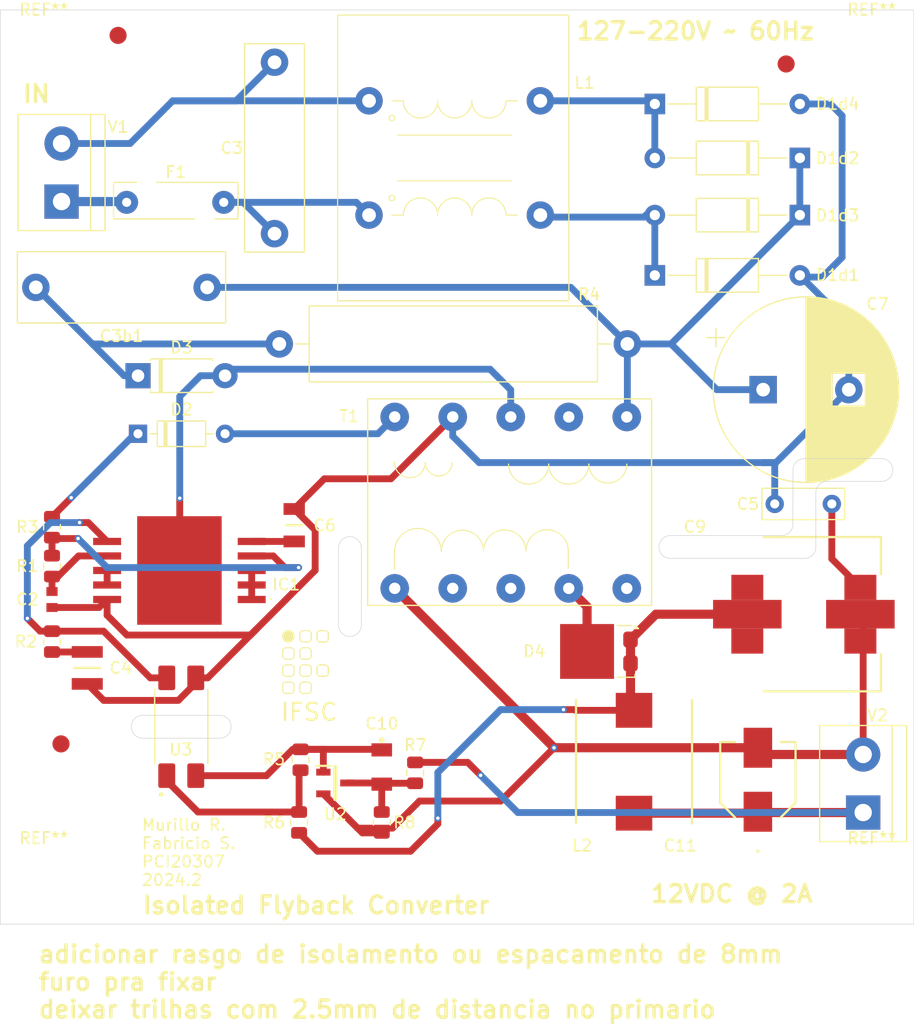
<source format=kicad_pcb>
(kicad_pcb (version 20240108) (generator "pcbnew") (generator_version "8.0")
  (layers (0 "F.Cu" signal) (31 "B.Cu" signal) (34 "B.Paste" user) (35 "F.Paste" user) (36 "B.SilkS" user "B.Silkscreen") (37 "F.SilkS" user "F.Silkscreen") (38 "B.Mask" user) (39 "F.Mask" user) (44 "Edge.Cuts" user))
  (net 0 "")
  (net 1 "Net-(D1d1-K)")
  (net 2 "GND")
  (net 3 "/BarP")
  (net 4 "Net-(D1d2-A)")
  (net 5 "Net-(D3-K)")
  (net 6 "/Drain")
  (net 7 "/Cmp")
  (net 8 "/Osc")
  (net 9 "/Vdd")
  (net 10 "/TOVL")
  (net 11 "Net-(C10-Pad2)")
  (net 12 "Net-(U3-Cath)")
  (net 13 "Terra")
  (net 14 "Net-(U3-Anode)")
  (net 15 "Net-(C4-Pad1)")
  (net 16 "Net-(D2-K)")
  (net 17 "Net-(C3-Pad1)")
  (net 18 "Net-(C3-Pad2)")
  (net 19 "Net-(D4-K)")
  (net 20 "/Vout")
  (net 21 "Net-(D2-A)")
  (net 22 "Net-(D4-A)")
  (net 23 "Net-(F1-Pad1)")
  (net 24 "Net-(IC1-NC_1)")
  (net 25 "Net-(IC1-NC_4)")
  (footprint "Diode_THT:D_A-405_P12.70mm_Horizontal" (layer "F.Cu") (at 176.7 67.225 180)
    (property "Reference" "D1d3" (at -3.3 -0.025 0) (layer "F.SilkS"))
    (property "Value" "1N4007")
    (pad "1" thru_hole rect (at 0 0 180) (size 1.8 1.8) (drill 0.9) (layers "*.Cu" "*.Mask") (net 3 "/BarP"))
    (pad "2" thru_hole oval (at 12.7 0 180) (size 1.8 1.8) (drill 0.9) (layers "*.Cu" "*.Mask") (net 1 "Net-(D1d1-K)"))
  )
  (footprint "Resistor_SMD:R_0805_2012Metric" (layer "F.Cu") (at 111.2138 104.5464 90)
    (property "Reference" "R2" (at 0 -2.286 180) (layer "F.SilkS"))
    (property "Value" "Resistor SMD" (hide yes))
    (pad "1" smd roundrect (at -0.9125 0 90) (size 1.025 1.4) (layers "F.Cu" "F.Paste" "F.Mask") (roundrect_rratio 0.243902) (net 15 "Net-(C4-Pad1)"))
    (pad "2" smd roundrect (at 0.9125 0 90) (size 1.025 1.4) (layers "F.Cu" "F.Paste" "F.Mask") (roundrect_rratio 0.243902) (net 7 "/Cmp"))
  )
  (footprint "Diode_THT:D_A-405_P12.70mm_Horizontal" (layer "F.Cu") (at 176.7 62.225 180)
    (property "Reference" "D1d2" (at -3.3 -0.025 0) (layer "F.SilkS"))
    (property "Value" "1N4007")
    (pad "1" thru_hole rect (at 0 0 180) (size 1.8 1.8) (drill 0.9) (layers "*.Cu" "*.Mask") (net 3 "/BarP"))
    (pad "2" thru_hole oval (at 12.7 0 180) (size 1.8 1.8) (drill 0.9) (layers "*.Cu" "*.Mask") (net 4 "Net-(D1d2-A)"))
  )
  (footprint "pci:EEEFK0J332AV" (layer "F.Cu") (at 177.05 102.15 -90)
    (property "Reference" "C9" (at -7.65 9.55 180) (layer "F.SilkS"))
    (property "Value" "Capacitor_Eletrolitico" (hide yes))
    (pad "" smd rect (at -2.35 -4.95 270) (size 2.2 2.8) (layers "F.Cu" "F.Paste" "F.Mask") (net 13 "Terra"))
    (pad "" smd rect (at -2.35 4.95 270) (size 2.2 2.8) (layers "F.Cu" "F.Paste" "F.Mask") (net 19 "Net-(D4-K)"))
    (pad "" smd rect (at 2.35 -4.95 270) (size 2.2 2.8) (layers "F.Cu" "F.Paste" "F.Mask") (net 13 "Terra"))
    (pad "" smd rect (at 2.35 4.95 270) (size 2.2 2.8) (layers "F.Cu" "F.Paste" "F.Mask") (net 19 "Net-(D4-K)"))
    (pad "1" smd rect (at 0 4.95 270) (size 2.5 6) (layers "F.Cu" "F.Paste" "F.Mask") (net 19 "Net-(D4-K)"))
    (pad "2" smd rect (at 0 -4.95 270) (size 2.5 6) (layers "F.Cu" "F.Paste" "F.Mask") (net 13 "Terra"))
  )
  (footprint "Resistor_SMD:R_0805_2012Metric" (layer "F.Cu") (at 140.0885 120.3735 -90)
    (property "Reference" "R8" (at 0.0015 -1.9865 180) (layer "F.SilkS"))
    (property "Value" "Resistor PTH" (hide yes))
    (pad "1" smd roundrect (at -0.9125 0 270) (size 1.025 1.4) (layers "F.Cu" "F.Paste" "F.Mask") (roundrect_rratio 0.243902) (net 11 "Net-(C10-Pad2)"))
    (pad "2" smd roundrect (at 0.9125 0 270) (size 1.025 1.4) (layers "F.Cu" "F.Paste" "F.Mask") (roundrect_rratio 0.243902) (net 13 "Terra"))
  )
  (footprint "pci:TRZ 25.010.2" (layer "F.Cu") (at 138.854 101.5085)
    (property "Reference" "T1" (at -1.629 -16.6835 0) (layer "F.SilkS"))
    (property "Value" "Transformador_1x2")
    (pad "1" thru_hole circle (at 22.69 -1.62) (size 2.5 2.5) (drill 1) (layers "*.Cu" "*.Mask"))
    (pad "2" thru_hole circle (at 17.61 -1.62) (size 2.5 2.5) (drill 1) (layers "*.Cu" "*.Mask") (net 22 "Net-(D4-A)"))
    (pad "3" thru_hole circle (at 12.53 -1.62) (size 2.5 2.5) (drill 1) (layers "*.Cu" "*.Mask"))
    (pad "4" thru_hole circle (at 7.45 -1.62) (size 2.5 2.5) (drill 1) (layers "*.Cu" "*.Mask"))
    (pad "5" thru_hole circle (at 2.37 -1.62) (size 2.5 2.5) (drill 1) (layers "*.Cu" "*.Mask") (net 13 "Terra"))
    (pad "6" thru_hole circle (at 2.37 -16.62) (size 2.5 2.5) (drill 1) (layers "*.Cu" "*.Mask") (net 21 "Net-(D2-A)"))
    (pad "7" thru_hole circle (at 7.45 -16.62) (size 2.5 2.5) (drill 1) (layers "*.Cu" "*.Mask") (net 2 "GND"))
    (pad "8" thru_hole circle (at 12.53 -16.62) (size 2.5 2.5) (drill 1) (layers "*.Cu" "*.Mask") (net 6 "/Drain"))
    (pad "9" thru_hole circle (at 17.61 -16.62) (size 2.5 2.5) (drill 1) (layers "*.Cu" "*.Mask"))
    (pad "10" thru_hole circle (at 22.69 -16.62) (size 2.5 2.5) (drill 1) (layers "*.Cu" "*.Mask") (net 3 "/BarP"))
  )
  (footprint "MountingHole:MountingHole_3.2mm_M3_ISO14580" (layer "F.Cu") (at 183 125.5)
    (property "Reference" "REF**" (at 0 -3.75 0) (layer "F.SilkS"))
    (property "Value" "MountingHole_3.2mm_M3_ISO14580" (hide yes))
    (pad "" np_thru_hole circle (at 0 0) (size 3.2 3.2) (drill 3.2) (layers "*.Cu" "*.Mask"))
  )
  (footprint "pci:SOT95P237X112-3N" (layer "F.Cu") (at 136.0245 116.921)
    (property "Reference" "U2" (at 0 2.729 0) (layer "F.SilkS"))
    (property "Value" "TL431" (hide yes))
    (pad "1" smd rect (at -1.05 -0.95 90) (size 0.6 1.25) (layers "F.Cu" "F.Paste" "F.Mask") (net 12 "Net-(U3-Cath)"))
    (pad "2" smd rect (at -1.05 0.95 90) (size 0.6 1.25) (layers "F.Cu" "F.Paste" "F.Mask") (net 13 "Terra"))
    (pad "3" smd rect (at 1.05 0 90) (size 0.6 1.25) (layers "F.Cu" "F.Paste" "F.Mask") (net 11 "Net-(C10-Pad2)"))
  )
  (footprint "Resistor_SMD:R_0805_2012Metric" (layer "F.Cu") (at 132.9765 114.889 90)
    (property "Reference" "R5" (at 0.039 -2.3265 180) (layer "F.SilkS"))
    (property "Value" "Resistor SMD" (hide yes))
    (pad "1" smd roundrect (at -0.9125 0 90) (size 1.025 1.4) (layers "F.Cu" "F.Paste" "F.Mask") (roundrect_rratio 0.243902) (net 14 "Net-(U3-Anode)"))
    (pad "2" smd roundrect (at 0.9125 0 90) (size 1.025 1.4) (layers "F.Cu" "F.Paste" "F.Mask") (roundrect_rratio 0.243902) (net 12 "Net-(U3-Cath)"))
  )
  (footprint "pci:C1206" (layer "F.Cu") (at 140.0885 115.524 -90)
    (property "Reference" "C10" (at -3.799 -0.0115 180) (layer "F.SilkS"))
    (property "Value" "Capacitor_Filme" (hide yes))
    (pad "1" smd rect (at -1.5 0 270) (size 1.15 1.8) (layers "F.Cu" "F.Paste" "F.Mask") (net 12 "Net-(U3-Cath)"))
    (pad "2" smd rect (at 1.5 0 270) (size 1.15 1.8) (layers "F.Cu" "F.Paste" "F.Mask") (net 11 "Net-(C10-Pad2)"))
  )
  (footprint "Diode_THT:D_A-405_P12.70mm_Horizontal" (layer "F.Cu") (at 164 72.5)
    (property "Reference" "D1d1" (at 16 -0.025 0) (layer "F.SilkS"))
    (property "Value" "1N4007")
    (pad "1" thru_hole rect (at 0 0) (size 1.8 1.8) (drill 0.9) (layers "*.Cu" "*.Mask") (net 1 "Net-(D1d1-K)"))
    (pad "2" thru_hole oval (at 12.7 0) (size 1.8 1.8) (drill 0.9) (layers "*.Cu" "*.Mask") (net 2 "GND"))
  )
  (footprint "MountingHole:MountingHole_3.2mm_M3_ISO14580" (layer "F.Cu") (at 110.5 125.5)
    (property "Reference" "REF**" (at 0 -3.75 0) (layer "F.SilkS"))
    (property "Value" "MountingHole_3.2mm_M3_ISO14580" (hide yes))
    (pad "" np_thru_hole circle (at 0 0) (size 3.2 3.2) (drill 3.2) (layers "*.Cu" "*.Mask"))
  )
  (footprint "MountingHole:MountingHole_3.2mm_M3_ISO14580" (layer "F.Cu") (at 110.5 53)
    (property "Reference" "REF**" (at 0 -3.75 0) (layer "F.SilkS"))
    (property "Value" "MountingHole_3.2mm_M3_ISO14580" (hide yes))
    (pad "" np_thru_hole circle (at 0 0) (size 3.2 3.2) (drill 3.2) (layers "*.Cu" "*.Mask"))
  )
  (footprint "pci:TerminalBlock_bornier-2_P5.08mm" (layer "F.Cu") (at 112.05 66.04 90)
    (property "Reference" "V1" (at 6.54 4.95 180) (layer "F.SilkS"))
    (property "Value" "Entrada")
    (pad "1" thru_hole rect (at 0 0 90) (size 3 3) (drill 1.52) (layers "*.Cu" "*.Mask") (net 23 "Net-(F1-Pad1)"))
    (pad "2" thru_hole circle (at 5.08 0 90) (size 3 3) (drill 1.52) (layers "*.Cu" "*.Mask") (net 18 "Net-(C3-Pad2)"))
  )
  (footprint "Package_TO_SOT_SMD:TO-277A" (layer "F.Cu") (at 159.107 105.41 -90)
    (property "Reference" "D4" (at -0.01 5.657 180) (layer "F.SilkS"))
    (property "Value" "RFN4RSM2S")
    (pad "1" smd roundrect (at -1.04 -2.765 270) (size 1.4 1.27) (layers "F.Cu" "F.Paste" "F.Mask") (net 19 "Net-(D4-K)"))
    (pad "1" smd roundrect (at 1.04 -2.765 270) (size 1.4 1.27) (layers "F.Cu" "F.Paste" "F.Mask") (net 19 "Net-(D4-K)"))
    (pad "3" smd rect (at 0 1.04 270) (size 4.8 4.72) (layers "F.Cu" "F.Mask") (net 22 "Net-(D4-A)"))
  )
  (footprint "pci:CAPC1608X97N" (layer "F.Cu") (at 111.2138 100.8634 -90)
    (property "Reference" "C2" (at 0 2.159 180) (layer "F.SilkS"))
    (property "Value" "Capacitor Ceramico" (hide yes))
    (pad "1" smd rect (at -0.7 0 270) (size 0.78 0.98) (layers "F.Cu" "F.Paste" "F.Mask") (net 8 "/Osc"))
    (pad "2" smd rect (at 0.7 0 270) (size 0.78 0.98) (layers "F.Cu" "F.Paste" "F.Mask") (net 2 "GND"))
  )
  (footprint "pci:SOIC127P1410X370-11N" (layer "F.Cu") (at 122.3698 98.3234 180)
    (property "Reference" "IC1" (at -9.3552 -1.2266 0) (layer "F.SilkS"))
    (property "Value" "VIPER53ESPTR-E")
    (pad "1" smd rect (at -6.33 -2.54 180) (size 2.45 0.63) (layers "F.Cu" "F.Paste" "F.Mask") (net 24 "Net-(IC1-NC_1)"))
    (pad "2" smd rect (at -6.33 -1.27 180) (size 2.45 0.63) (layers "F.Cu" "F.Paste" "F.Mask") (net 24 "Net-(IC1-NC_1)"))
    (pad "3" smd rect (at -6.33 0 180) (size 2.45 0.63) (layers "F.Cu" "F.Paste" "F.Mask") (net 24 "Net-(IC1-NC_1)"))
    (pad "4" smd rect (at -6.33 1.27 180) (size 2.45 0.63) (layers "F.Cu" "F.Paste" "F.Mask") (net 9 "/Vdd"))
    (pad "5" smd rect (at -6.33 2.54 180) (size 2.45 0.63) (layers "F.Cu" "F.Paste" "F.Mask") (net 10 "/TOVL"))
    (pad "6" smd rect (at 6.33 2.54 180) (size 2.45 0.63) (layers "F.Cu" "F.Paste" "F.Mask") (net 7 "/Cmp"))
    (pad "7" smd rect (at 6.33 1.27 180) (size 2.45 0.63) (layers "F.Cu" "F.Paste" "F.Mask") (net 8 "/Osc"))
    (pad "8" smd rect (at 6.33 0 180) (size 2.45 0.63) (layers "F.Cu" "F.Paste" "F.Mask") (net 25 "Net-(IC1-NC_4)"))
    (pad "9" smd rect (at 6.33 -1.27 180) (size 2.45 0.63) (layers "F.Cu" "F.Paste" "F.Mask") (net 25 "Net-(IC1-NC_4)"))
    (pad "10" smd rect (at 6.33 -2.54 180) (size 2.45 0.63) (layers "F.Cu" "F.Paste" "F.Mask") (net 2 "GND"))
    (pad "11" smd rect (at 0 0 180) (size 7.4 9.5) (layers "F.Cu" "F.Mask") (net 6 "/Drain"))
  )
  (footprint "Resistor_SMD:R_0805_2012Metric" (layer "F.Cu") (at 111.2138 97.9424 -90)
    (property "Reference" "R1" (at 0 2.159 180) (layer "F.SilkS"))
    (property "Value" "Resistor SMD" (hide yes))
    (pad "1" smd roundrect (at -0.9125 0 270) (size 1.025 1.4) (layers "F.Cu" "F.Paste" "F.Mask") (roundrect_rratio 0.243902) (net 9 "/Vdd"))
    (pad "2" smd roundrect (at 0.9125 0 270) (size 1.025 1.4) (layers "F.Cu" "F.Paste" "F.Mask") (roundrect_rratio 0.243902) (net 8 "/Osc"))
  )
  (footprint "pci:16SVPG330M" (layer "F.Cu") (at 173.0248 116.6368 90)
    (property "Reference" "C11" (at -5.7632 -6.7998 180) (layer "F.SilkS"))
    (property "Value" "Capacitor_Eletrolitico" (hide yes))
    (pad "1" smd rect (at -2.8 0 180) (size 2.5 3.5) (layers "F.Cu" "F.Paste" "F.Mask") (net 20 "/Vout"))
    (pad "2" smd rect (at 2.8 0 180) (size 2.5 3.5) (layers "F.Cu" "F.Paste" "F.Mask") (net 13 "Terra"))
  )
  (footprint "pci:SOIC254P960X420-4N" (layer "F.Cu") (at 122.5323 112 90)
    (property "Reference" "U3" (at -2 -0.0323 180) (layer "F.SilkS"))
    (property "Value" "PC817 Opto")
    (pad "1" smd roundrect (at -4.28 -1.27 90) (size 2.15 1.48) (layers "F.Cu" "F.Paste" "F.Mask") (roundrect_rratio 0.125) (net 14 "Net-(U3-Anode)"))
    (pad "2" smd roundrect (at -4.28 1.27 90) (size 2.15 1.48) (layers "F.Cu" "F.Paste" "F.Mask") (roundrect_rratio 0.125) (net 12 "Net-(U3-Cath)"))
    (pad "3" smd roundrect (at 4.28 1.27 90) (size 2.15 1.48) (layers "F.Cu" "F.Paste" "F.Mask") (roundrect_rratio 0.125) (net 2 "GND"))
    (pad "4" smd roundrect (at 4.28 -1.27 90) (size 2.15 1.48) (layers "F.Cu" "F.Paste" "F.Mask") (roundrect_rratio 0.125) (net 7 "/Cmp"))
  )
  (footprint "Resistor_THT:R_Axial_Power_L25.0mm_W6.4mm_P30.48mm" (layer "F.Cu") (at 161.595 78.5 180)
    (property "Reference" "R4" (at 3.353 4.332 0) (layer "F.SilkS"))
    (property "Value" "Resistor PTH" (hide yes))
    (pad "1" thru_hole circle (at 0 0 180) (size 2.4 2.4) (drill 1.2) (layers "*.Cu" "*.Mask") (net 3 "/BarP"))
    (pad "2" thru_hole oval (at 30.48 0 180) (size 2.4 2.4) (drill 1.2) (layers "*.Cu" "*.Mask") (net 5 "Net-(D3-K)"))
  )
  (footprint "Diode_THT:D_A-405_P12.70mm_Horizontal" (layer "F.Cu") (at 164 57.5)
    (property "Reference" "D1d4" (at 16 0 0) (layer "F.SilkS"))
    (property "Value" "1N4007")
    (pad "1" thru_hole rect (at 0 0) (size 1.8 1.8) (drill 0.9) (layers "*.Cu" "*.Mask") (net 4 "Net-(D1d2-A)"))
    (pad "2" thru_hole oval (at 12.7 0) (size 1.8 1.8) (drill 0.9) (layers "*.Cu" "*.Mask") (net 2 "GND"))
  )
  (footprint "Capacitor_THT:C_Rect_L18.0mm_W5.0mm_P15.00mm_FKS3_FKP3" (layer "F.Cu") (at 130.7 68.85 90)
    (property "Reference" "C3" (at 7.5 -3.75 180) (layer "F.SilkS"))
    (property "Value" "Capacitor_Filme")
    (pad "1" thru_hole circle (at 0 0 90) (size 2.4 2.4) (drill 1.2) (layers "*.Cu" "*.Mask") (net 17 "Net-(C3-Pad1)"))
    (pad "2" thru_hole circle (at 15 0 90) (size 2.4 2.4) (drill 1.2) (layers "*.Cu" "*.Mask") (net 18 "Net-(C3-Pad2)"))
  )
  (footprint "pci:TerminalBlock_bornier-2_P5.08mm" (layer "F.Cu") (at 182.245 119.507 90)
    (property "Reference" "V2" (at 8.507 1.255 180) (layer "F.SilkS"))
    (property "Value" "Saída")
    (pad "1" thru_hole rect (at 0 0 90) (size 3 3) (drill 1.52) (layers "*.Cu" "*.Mask") (net 20 "/Vout"))
    (pad "2" thru_hole circle (at 5.08 0 90) (size 3 3) (drill 1.52) (layers "*.Cu" "*.Mask") (net 13 "Terra"))
  )
  (footprint "Capacitor_THT:C_Rect_L18.0mm_W6.0mm_P15.00mm_FKS3_FKP3" (layer "F.Cu") (at 124.8 73.55 180)
    (property "Reference" "C3b1" (at 7.5 -4.25 0) (layer "F.SilkS"))
    (property "Value" "Capacitor_Filme" (hide yes))
    (pad "1" thru_hole circle (at 0 0 180) (size 2.4 2.4) (drill 1.2) (layers "*.Cu" "*.Mask") (net 3 "/BarP"))
    (pad "2" thru_hole circle (at 15 0 180) (size 2.4 2.4) (drill 1.2) (layers "*.Cu" "*.Mask") (net 5 "Net-(D3-K)"))
  )
  (footprint "MountingHole:MountingHole_3.2mm_M3_ISO14580" (layer "F.Cu") (at 183 53)
    (property "Reference" "REF**" (at 0 -3.75 0) (layer "F.SilkS"))
    (property "Value" "MountingHole_3.2mm_M3_ISO14580" (hide yes))
    (pad "" np_thru_hole circle (at 0 0) (size 3.2 3.2) (drill 3.2) (layers "*.Cu" "*.Mask"))
  )
  (footprint "pci:INDPM108102X400N" (layer "F.Cu") (at 162.179 115.062 -90)
    (property "Reference" "L2" (at 7.338 4.554 180) (layer "F.SilkS"))
    (property "Value" "Indutor 10uH" (hide yes))
    (pad "1" smd rect (at -4.5 0 270) (size 3.05 3.2) (layers "F.Cu" "F.Paste" "F.Mask") (net 19 "Net-(D4-K)"))
    (pad "2" smd rect (at 4.5 0 270) (size 3.05 3.2) (layers "F.Cu" "F.Paste" "F.Mask") (net 20 "/Vout"))
  )
  (footprint "Diode_THT:D_DO-35_SOD27_P7.62mm_Horizontal" (layer "F.Cu") (at 118.745 86.36)
    (property "Reference" "D2" (at 3.81 -2.12 0) (layer "F.SilkS"))
    (property "Value" "1N4148")
    (pad "1" thru_hole rect (at 0 0) (size 1.6 1.6) (drill 0.8) (layers "*.Cu" "*.Mask") (net 16 "Net-(D2-K)"))
    (pad "2" thru_hole oval (at 7.62 0) (size 1.6 1.6) (drill 0.8) (layers "*.Cu" "*.Mask") (net 21 "Net-(D2-A)"))
  )
  (footprint "Fiducial:Fiducial_1.5mm_Mask3mm" (layer "F.Cu") (at 112 113.5)
    (property "Reference" "REF**" (hide yes))
    (property "Value" "Fiducial_1.5mm_Mask3mm" (hide yes))
    (pad "" smd circle (at 0 0) (size 1.5 1.5) (layers "F.Cu" "F.Mask") (clearance 0.75))
  )
  (footprint "Fiducial:Fiducial_1.5mm_Mask3mm" (layer "F.Cu") (at 117 51.5)
    (property "Reference" "REF**" (hide yes))
    (property "Value" "Fiducial_1.5mm_Mask3mm" (hide yes))
    (pad "" smd circle (at 0 0) (size 1.5 1.5) (layers "F.Cu" "F.Mask") (clearance 0.75))
  )
  (footprint "pci:CAPC3216X170N" (layer "F.Cu") (at 132.4228 94.3634 90)
    (property "Reference" "C6" (at -0.023 2.667 180) (layer "F.SilkS"))
    (property "Value" "Capacitor_Filme" (hide yes))
    (pad "1" smd rect (at -1.42 0 90) (size 1.03 1.87) (layers "F.Cu" "F.Paste" "F.Mask") (net 10 "/TOVL"))
    (pad "2" smd rect (at 1.42 0 90) (size 1.03 1.87) (layers "F.Cu" "F.Paste" "F.Mask") (net 2 "GND"))
  )
  (footprint "Capacitor_THT:CP_Radial_D16.0mm_P7.50mm" (layer "F.Cu") (at 173.487246 82.5)
    (property "Reference" "C7" (at 10.012754 -7.5 180) (layer "F.SilkS"))
    (property "Value" "Capacitor_Eletrolitico")
    (pad "1" thru_hole rect (at 0 0) (size 2.4 2.4) (drill 1.2) (layers "*.Cu" "*.Mask") (net 3 "/BarP"))
    (pad "2" thru_hole circle (at 7.5 0) (size 2.4 2.4) (drill 1.2) (layers "*.Cu" "*.Mask") (net 2 "GND"))
  )
  (footprint "Diode_THT:D_DO-41_SOD81_P7.62mm_Horizontal" (layer "F.Cu") (at 118.745 81.28)
    (property "Reference" "D3" (at 3.81 -2.47 0) (layer "F.SilkS"))
    (property "Value" "UF4007")
    (pad "1" thru_hole rect (at 0 0) (size 2.2 2.2) (drill 1.1) (layers "*.Cu" "*.Mask") (net 5 "Net-(D3-K)"))
    (pad "2" thru_hole oval (at 7.62 0) (size 2.2 2.2) (drill 1.1) (layers "*.Cu" "*.Mask") (net 6 "/Drain"))
  )
  (footprint "Resistor_SMD:R_0805_2012Metric" (layer "F.Cu") (at 111.2138 94.5369 90)
    (property "Reference" "R3" (at 0.0235 -2.159 180) (layer "F.SilkS"))
    (property "Value" "Resistor SMD" (hide yes))
    (pad "1" smd roundrect (at -0.9125 0 90) (size 1.025 1.4) (layers "F.Cu" "F.Paste" "F.Mask") (roundrect_rratio 0.243902) (net 9 "/Vdd"))
    (pad "2" smd roundrect (at 0.9125 0 90) (size 1.025 1.4) (layers "F.Cu" "F.Paste" "F.Mask") (roundrect_rratio 0.243902) (net 16 "Net-(D2-K)"))
  )
  (footprint "Resistor_SMD:R_0805_2012Metric" (layer "F.Cu") (at 132.8495 120.3735 90)
    (property "Reference" "R6" (at -0.0015 -2.1995 180) (layer "F.SilkS"))
    (property "Value" "Resistor PTH" (hide yes))
    (pad "1" smd roundrect (at -0.9125 0 90) (size 1.025 1.4) (layers "F.Cu" "F.Paste" "F.Mask") (roundrect_rratio 0.243902) (net 19 "Net-(D4-K)"))
    (pad "2" smd roundrect (at 0.9125 0 90) (size 1.025 1.4) (layers "F.Cu" "F.Paste" "F.Mask") (roundrect_rratio 0.243902) (net 14 "Net-(U3-Anode)"))
  )
  (footprint "pci:CAPC3225X94N" (layer "F.Cu") (at 114.3 106.85 -90)
    (property "Reference" "C4" (at 0 -2.925 180) (layer "F.SilkS"))
    (property "Value" "Capacitor Ceramico" (hide yes))
    (pad "1" smd rect (at -1.4 0 270) (size 1.02 2.72) (layers "F.Cu" "F.Paste" "F.Mask") (net 15 "Net-(C4-Pad1)"))
    (pad "2" smd rect (at 1.4 0 270) (size 1.02 2.72) (layers "F.Cu" "F.Paste" "F.Mask") (net 2 "GND"))
  )
  (footprint "Fuse:Fuse_Bourns_MF-RG600" (layer "F.Cu") (at 119.5 65.36)
    (property "Reference" "F1" (at 2.55 -1.9 0) (layer "F.SilkS"))
    (property "Value" "Fusivel")
    (pad "1" thru_hole circle (at -1.75 0.75) (size 2 2) (drill 0.8) (layers "*.Cu" "*.Mask") (net 23 "Net-(F1-Pad1)"))
    (pad "2" thru_hole circle (at 6.75 0.75) (size 2 2) (drill 0.8) (layers "*.Cu" "*.Mask") (net 17 "Net-(C3-Pad1)"))
  )
  (footprint "Fiducial:Fiducial_1.5mm_Mask3mm" (layer "F.Cu") (at 175.5 54)
    (property "Reference" "REF**" (hide yes))
    (property "Value" "Fiducial_1.5mm_Mask3mm" (hide yes))
    (pad "" smd circle (at 0 0) (size 1.5 1.5) (layers "F.Cu" "F.Mask") (clearance 0.75))
  )
  (footprint "Capacitor_THT:C_Rect_L7.0mm_W2.5mm_P5.00mm" (layer "F.Cu") (at 174.5 92.5)
    (property "Reference" "C5" (at -2.35 0.0125 180) (layer "F.SilkS"))
    (property "Value" "Capacitor_Filme" (hide yes))
    (pad "1" thru_hole circle (at 0 0) (size 1.6 1.6) (drill 0.8) (layers "*.Cu" "*.Mask") (net 2 "GND"))
    (pad "2" thru_hole circle (at 5 0) (size 1.6 1.6) (drill 0.8) (layers "*.Cu" "*.Mask") (net 13 "Terra"))
  )
  (footprint "Inductor_THT:L_Axial_L20.0mm_D8.0mm_P25.40mm_Horizontal" (layer "F.Cu") (at 138.975 57.225)
    (property "Reference" "L1" (at 18.875 -1.575 0) (layer "F.SilkS"))
    (property "Value" "SC-03-30J")
    (pad "1" thru_hole circle (at 0 0) (size 2.4 2.4) (drill 1.2) (layers "*.Cu" "*.Mask") (net 18 "Net-(C3-Pad2)"))
    (pad "2" thru_hole oval (at 15 0) (size 2.4 2.4) (drill 1.2) (layers "*.Cu" "*.Mask") (net 4 "Net-(D1d2-A)"))
    (pad "3" thru_hole circle (at 0 10) (size 2.4 2.4) (drill 1.2) (layers "*.Cu" "*.Mask") (net 17 "Net-(C3-Pad1)"))
    (pad "4" thru_hole oval (at 15 10) (size 2.4 2.4) (drill 1.2) (layers "*.Cu" "*.Mask") (net 1 "Net-(D1d1-K)"))
  )
  (footprint "Resistor_SMD:R_0805_2012Metric" (layer "F.Cu") (at 143.0095 116.032 -90)
    (property "Reference" "R7" (at -2.432 -0.0155 180) (layer "F.SilkS"))
    (property "Value" "Resistor PTH" (hide yes))
    (pad "1" smd roundrect (at -0.9125 0 270) (size 1.025 1.4) (layers "F.Cu" "F.Paste" "F.Mask") (roundrect_rratio 0.243902) (net 20 "/Vout"))
    (pad "2" smd roundrect (at 0.9125 0 270) (size 1.025 1.4) (layers "F.Cu" "F.Paste" "F.Mask") (roundrect_rratio 0.243902) (net 11 "Net-(C10-Pad2)"))
  )
  (gr_arc (start 135.112132 103.587868) (mid 135.324264 103.675736) (end 135.412132 103.887868) (stroke (width 0.1)) (layer "F.SilkS"))
  (gr_arc (start 131.412132 108.387868) (mid 131.5 108.175736) (end 131.712132 108.087868) (stroke (width 0.1)) (layer "F.SilkS"))
  (gr_arc (start 132.112132 105.087868) (mid 132.324264 105.175736) (end 132.412132 105.387868) (stroke (width 0.1)) (layer "F.SilkS"))
  (gr_line (start 134.412132 104.287868) (end 134.412132 103.887868) (stroke (width 0.1)) (layer "F.SilkS"))
  (gr_arc (start 133.912132 107.287868) (mid 133.824264 107.5) (end 133.612132 107.587868) (stroke (width 0.1)) (layer "F.SilkS"))
  (gr_arc (start 133.912132 108.787868) (mid 133.824264 109) (end 133.612132 109.087868) (stroke (width 0.1)) (layer "F.SilkS"))
  (gr_arc (start 133.212132 104.587868) (mid 133 104.5) (end 132.912132 104.287868) (stroke (width 0.1)) (layer "F.SilkS"))
  (gr_line (start 132.912132 104.287868) (end 132.912132 103.887868) (stroke (width 0.1)) (layer "F.SilkS"))
  (gr_line (start 133.212132 106.587868) (end 133.612132 106.587868) (stroke (width 0.1)) (layer "F.SilkS"))
  (gr_arc (start 132.912132 103.887868) (mid 133 103.675736) (end 133.212132 103.587868) (stroke (width 0.1)) (layer "F.SilkS"))
  (gr_arc (start 132.912132 106.887868) (mid 133 106.675736) (end 133.212132 106.587868) (stroke (width 0.1)) (layer "F.SilkS"))
  (gr_line (start 132.112132 107.587868) (end 131.712132 107.587868) (stroke (width 0.1)) (layer "F.SilkS"))
  (gr_line (start 135.112132 107.587868) (end 134.712132 107.587868) (stroke (width 0.1)) (layer "F.SilkS"))
  (gr_arc (start 132.912132 108.387868) (mid 133 108.175736) (end 133.212132 108.087868) (stroke (width 0.1)) (layer "F.SilkS"))
  (gr_arc (start 134.712132 104.587868) (mid 134.5 104.5) (end 134.412132 104.287868) (stroke (width 0.1)) (layer "F.SilkS"))
  (gr_line (start 134.412132 107.287868) (end 134.412132 106.887868) (stroke (width 0.1)) (layer "F.SilkS"))
  (gr_arc (start 133.912132 104.287868) (mid 133.824264 104.5) (end 133.612132 104.587868) (stroke (width 0.1)) (layer "F.SilkS"))
  (gr_arc (start 135.112132 106.587868) (mid 135.324264 106.675736) (end 135.412132 106.887868) (stroke (width 0.1)) (layer "F.SilkS"))
  (gr_arc (start 132.112132 108.087868) (mid 132.324264 108.175736) (end 132.412132 108.387868) (stroke (width 0.1)) (layer "F.SilkS"))
  (gr_line (start 132.412132 105.387868) (end 132.412132 105.787868) (stroke (width 0.1)) (layer "F.SilkS"))
  (gr_line (start 134.712132 103.587868) (end 135.112132 103.587868) (stroke (width 0.1)) (layer "F.SilkS"))
  (gr_line (start 133.912132 108.387868) (end 133.912132 108.787868) (stroke (width 0.1)) (layer "F.SilkS"))
  (gr_arc (start 133.612132 108.087868) (mid 133.824264 108.175736) (end 133.912132 108.387868) (stroke (width 0.1)) (layer "F.SilkS"))
  (gr_line (start 133.612132 106.087868) (end 133.212132 106.087868) (stroke (width 0.1)) (layer "F.SilkS"))
  (gr_line (start 133.912132 106.887868) (end 133.912132 107.287868) (stroke (width 0.1)) (layer "F.SilkS"))
  (gr_circle (center 131.912132 104.087868) (end 132.412132 104.087868) (stroke (width 0.1)) (fill solid) (layer "F.SilkS"))
  (gr_line (start 134.412132 107.287868) (end 134.412132 106.887868) (stroke (width 0.1)) (layer "F.SilkS"))
  (gr_line (start 134.412132 104.287868) (end 134.412132 103.887868) (stroke (width 0.1)) (layer "F.SilkS"))
  (gr_arc (start 132.112132 106.587868) (mid 132.324264 106.675736) (end 132.412132 106.887868) (stroke (width 0.1)) (layer "F.SilkS"))
  (gr_line (start 135.412132 106.887868) (end 135.412132 107.287868) (stroke (width 0.1)) (layer "F.SilkS"))
  (gr_arc (start 133.612132 105.087868) (mid 133.824264 105.175736) (end 133.912132 105.387868) (stroke (width 0.1)) (layer "F.SilkS"))
  (gr_arc (start 134.712132 104.587868) (mid 134.5 104.5) (end 134.412132 104.287868) (stroke (width 0.1)) (layer "F.SilkS"))
  (gr_line (start 132.912132 105.787868) (end 132.912132 105.387868) (stroke (width 0.1)) (layer "F.SilkS"))
  (gr_line (start 133.212132 108.087868) (end 133.612132 108.087868) (stroke (width 0.1)) (layer "F.SilkS"))
  (gr_arc (start 131.412132 105.387868) (mid 131.5 105.175736) (end 131.712132 105.087868) (stroke (width 0.1)) (layer "F.SilkS"))
  (gr_line (start 132.912132 108.787868) (end 132.912132 108.387868) (stroke (width 0.1)) (layer "F.SilkS"))
  (gr_line (start 131.412132 108.787868) (end 131.412132 108.387868) (stroke (width 0.1)) (layer "F.SilkS"))
  (gr_line (start 135.412132 103.887868) (end 135.412132 104.287868) (stroke (width 0.1)) (layer "F.SilkS"))
  (gr_line (start 134.712132 106.587868) (end 135.112132 106.587868) (stroke (width 0.1)) (layer "F.SilkS"))
  (gr_arc (start 135.412132 107.287868) (mid 135.324264 107.5) (end 135.112132 107.587868) (stroke (width 0.1)) (layer "F.SilkS"))
  (gr_line (start 132.412132 108.387868) (end 132.412132 108.787868) (stroke (width 0.1)) (layer "F.SilkS"))
  (gr_arc (start 134.712132 107.587868) (mid 134.5 107.5) (end 134.412132 107.287868) (stroke (width 0.1)) (layer "F.SilkS"))
  (gr_arc (start 133.612132 106.587868) (mid 133.824264 106.675736) (end 133.912132 106.887868) (stroke (width 0.1)) (layer "F.SilkS"))
  (gr_arc (start 134.712132 107.587868) (mid 134.5 107.5) (end 134.412132 107.287868) (stroke (width 0.1)) (layer "F.SilkS"))
  (gr_arc (start 134.412132 106.887868) (mid 134.5 106.675736) (end 134.712132 106.587868) (stroke (width 0.1)) (layer "F.SilkS"))
  (gr_line (start 135.112132 104.587868) (end 134.712132 104.587868) (stroke (width 0.1)) (layer "F.SilkS"))
  (gr_arc (start 133.612132 103.587868) (mid 133.824264 103.675736) (end 133.912132 103.887868) (stroke (width 0.1)) (layer "F.SilkS"))
  (gr_arc (start 133.212132 107.587868) (mid 133 107.5) (end 132.912132 107.287868) (stroke (width 0.1)) (layer "F.SilkS"))
  (gr_arc (start 132.912132 105.387868) (mid 133 105.175736) (end 133.212132 105.087868) (stroke (width 0.1)) (layer "F.SilkS"))
  (gr_line (start 131.412132 107.287868) (end 131.412132 106.887868) (stroke (width 0.1)) (layer "F.SilkS"))
  (gr_arc (start 135.412132 104.287868) (mid 135.324264 104.5) (end 135.112132 104.587868) (stroke (width 0.1)) (layer "F.SilkS"))
  (gr_arc (start 131.712132 109.087868) (mid 131.5 109) (end 131.412132 108.787868) (stroke (width 0.1)) (layer "F.SilkS"))
  (gr_line (start 133.612132 107.587868) (end 133.212132 107.587868) (stroke (width 0.1)) (layer "F.SilkS"))
  (gr_line (start 134.712132 106.587868) (end 135.112132 106.587868) (stroke (width 0.1)) (layer "F.SilkS"))
  (gr_arc (start 134.412132 106.887868) (mid 134.5 106.675736) (end 134.712132 106.587868) (stroke (width 0.1)) (layer "F.SilkS"))
  (gr_line (start 131.712132 105.087868) (end 132.112132 105.087868) (stroke (width 0.1)) (layer "F.SilkS"))
  (gr_line (start 135.112132 104.587868) (end 134.712132 104.587868) (stroke (width 0.1)) (layer "F.SilkS"))
  (gr_arc (start 134.412132 103.887868) (mid 134.5 103.675736) (end 134.712132 103.587868) (stroke (width 0.1)) (layer "F.SilkS"))
  (gr_line (start 132.112132 106.087868) (end 131.712132 106.087868) (stroke (width 0.1)) (layer "F.SilkS"))
  (gr_arc (start 133.212132 106.087868) (mid 133 106) (end 132.912132 105.787868) (stroke (width 0.1)) (layer "F.SilkS"))
  (gr_line (start 131.712132 108.087868) (end 132.112132 108.087868) (stroke (width 0.1)) (layer "F.SilkS"))
  (gr_line (start 133.212132 103.587868) (end 133.612132 103.587868) (stroke (width 0.1)) (layer "F.SilkS"))
  (gr_line (start 131.412132 105.787868) (end 131.412132 105.387868) (stroke (width 0.1)) (layer "F.SilkS"))
  (gr_line (start 133.912132 105.387868) (end 133.912132 105.787868) (stroke (width 0.1)) (layer "F.SilkS"))
  (gr_arc (start 132.412132 105.787868) (mid 132.324264 106) (end 132.112132 106.087868) (stroke (width 0.1)) (layer "F.SilkS"))
  (gr_line (start 134.712132 103.587868) (end 135.112132 103.587868) (stroke (width 0.1)) (layer "F.SilkS"))
  (gr_arc (start 132.412132 107.287868) (mid 132.324264 107.5) (end 132.112132 107.587868) (stroke (width 0.1)) (layer "F.SilkS"))
  (gr_line (start 132.412132 106.887868) (end 132.412132 107.287868) (stroke (width 0.1)) (layer "F.SilkS"))
  (gr_arc (start 131.712132 106.087868) (mid 131.5 106) (end 131.412132 105.787868) (stroke (width 0.1)) (layer "F.SilkS"))
  (gr_arc (start 135.112132 106.587868) (mid 135.324264 106.675736) (end 135.412132 106.887868) (stroke (width 0.1)) (layer "F.SilkS"))
  (gr_arc (start 133.212132 109.087868) (mid 133 109) (end 132.912132 108.787868) (stroke (width 0.1)) (layer "F.SilkS"))
  (gr_arc (start 134.412132 103.887868) (mid 134.5 103.675736) (end 134.712132 103.587868) (stroke (width 0.1)) (layer "F.SilkS"))
  (gr_line (start 135.412132 106.887868) (end 135.412132 107.287868) (stroke (width 0.1)) (layer "F.SilkS"))
  (gr_line (start 132.912132 107.287868) (end 132.912132 106.887868) (stroke (width 0.1)) (layer "F.SilkS"))
  (gr_arc (start 135.112132 103.587868) (mid 135.324264 103.675736) (end 135.412132 103.887868) (stroke (width 0.1)) (layer "F.SilkS"))
  (gr_line (start 133.612132 104.587868) (end 133.212132 104.587868) (stroke (width 0.1)) (layer "F.SilkS"))
  (gr_arc (start 131.712132 107.587868) (mid 131.5 107.5) (end 131.412132 107.287868) (stroke (width 0.1)) (layer "F.SilkS"))
  (gr_line (start 133.612132 109.087868) (end 133.212132 109.087868) (stroke (width 0.1)) (layer "F.SilkS"))
  (gr_arc (start 133.912132 105.787868) (mid 133.824264 106) (end 133.612132 106.087868) (stroke (width 0.1)) (layer "F.SilkS"))
  (gr_line (start 132.112132 109.087868) (end 131.712132 109.087868) (stroke (width 0.1)) (layer "F.SilkS"))
  (gr_line (start 133.912132 103.887868) (end 133.912132 104.287868) (stroke (width 0.1)) (layer "F.SilkS"))
  (gr_arc (start 135.412132 107.287868) (mid 135.324264 107.5) (end 135.112132 107.587868) (stroke (width 0.1)) (layer "F.SilkS"))
  (gr_arc (start 135.412132 104.287868) (mid 135.324264 104.5) (end 135.112132 104.587868) (stroke (width 0.1)) (layer "F.SilkS"))
  (gr_line (start 135.412132 103.887868) (end 135.412132 104.287868) (stroke (width 0.1)) (layer "F.SilkS"))
  (gr_arc (start 132.412132 108.787868) (mid 132.324264 109) (end 132.112132 109.087868) (stroke (width 0.1)) (layer "F.SilkS"))
  (gr_line (start 135.112132 107.587868) (end 134.712132 107.587868) (stroke (width 0.1)) (layer "F.SilkS"))
  (gr_line (start 133.212132 105.087868) (end 133.612132 105.087868) (stroke (width 0.1)) (layer "F.SilkS"))
  (gr_arc (start 131.412132 106.887868) (mid 131.5 106.675736) (end 131.712132 106.587868) (stroke (width 0.1)) (layer "F.SilkS"))
  (gr_line (start 131.712132 106.587868) (end 132.112132 106.587868) (stroke (width 0.1)) (layer "F.SilkS"))
  (gr_line (start 176.084379 94.447188) (end 176.1 89.53) (stroke (width 0.05)) (layer "Edge.Cuts"))
  (gr_arc (start 136.3 96.36) (mid 137.3 95.36) (end 138.3 96.36) (stroke (width 0.05)) (layer "Edge.Cuts"))
  (gr_arc (start 165.36 97.27) (mid 164.36 96.27) (end 165.36 95.27) (stroke (width 0.05)) (layer "Edge.Cuts"))
  (gr_line (start 177.1 97.27) (end 170.36 97.27) (stroke (width 0.05)) (layer "Edge.Cuts"))
  (gr_arc (start 125.9 111) (mid 126.9 112) (end 125.9 113) (stroke (width 0.05)) (layer "Edge.Cuts"))
  (gr_arc (start 119.16 113) (mid 118.16 112) (end 119.16 111) (stroke (width 0.05)) (layer "Edge.Cuts"))
  (gr_line (start 119.16 111) (end 125.9 111) (stroke (width 0.05)) (layer "Edge.Cuts"))
  (gr_line (start 170.36 95.27) (end 175.12 95.269999) (stroke (width 0.05)) (layer "Edge.Cuts"))
  (gr_arc (start 183.84 88.53) (mid 184.84 89.53) (end 183.84 90.53) (stroke (width 0.05)) (layer "Edge.Cuts"))
  (gr_line (start 138.3 96.36) (end 138.3 103.1) (stroke (width 0.05)) (layer "Edge.Cuts"))
  (gr_line (start 136.3 103.1) (end 136.3 96.36) (stroke (width 0.05)) (layer "Edge.Cuts"))
  (gr_arc (start 178.1 96.27) (mid 177.807107 96.977107) (end 177.1 97.27) (stroke (width 0.05)) (layer "Edge.Cuts"))
  (gr_line (start 125.9 113) (end 119.16 113) (stroke (width 0.05)) (layer "Edge.Cuts"))
  (gr_arc (start 178.097107 91.527107) (mid 178.39 90.82) (end 179.097107 90.527107) (stroke (width 0.05)) (layer "Edge.Cuts"))
  (gr_arc (start 176.1 89.53) (mid 176.392893 88.822893) (end 177.1 88.53) (stroke (width 0.05)) (layer "Edge.Cuts"))
  (gr_arc (start 176.084379 94.447188) (mid 175.749191 95.030887) (end 175.12 95.269999) (stroke (width 0.05)) (layer "Edge.Cuts"))
  (gr_arc (start 138.3 103.1) (mid 137.3 104.1) (end 136.3 103.1) (stroke (width 0.05)) (layer "Edge.Cuts"))
  (gr_line (start 170.36 95.27) (end 165.36 95.27) (stroke (width 0.05)) (layer "Edge.Cuts"))
  (gr_line (start 178.097107 91.527107) (end 178.1 96.27) (stroke (width 0.05)) (layer "Edge.Cuts"))
  (gr_line (start 183.84 90.53) (end 179.097107 90.527107) (stroke (width 0.05)) (layer "Edge.Cuts"))
  (gr_line (start 177.1 88.53) (end 183.84 88.53) (stroke (width 0.05)) (layer "Edge.Cuts"))
  (gr_rect (start 106.685 49.276) (end 186.685 129.276) (stroke (width 0.05)) (fill none) (layer "Edge.Cuts"))
  (gr_line (start 165.36 97.27) (end 170.36 97.27) (stroke (width 0.05)) (layer "Edge.Cuts"))
  (gr_text "Isolated Flyback Converter" (at 119 128.5 0) (layer "F.SilkS") (effects (font (size 1.5 1.5) (thickness 0.3) (bold yes)) (justify left bottom)))
  (gr_text "127-220V ~ 60Hz\n" (at 157 52 0) (layer "F.SilkS") (effects (font (size 1.5 1.5) (thickness 0.3) (bold yes)) (justify left bottom)))
  (gr_text "IFSC" (at 133.726417 111.587868 0) (layer "F.SilkS") (effects (font (size 1.5 1.5) (thickness 0.2)) (justify bottom)))
  (gr_text "adicionar rasgo de isolamento ou espacamento de 8mm\nfuro pra fixar\ndeixar trilhas com 2.5mm de distancia no primario\n" (at 109.88 137.61 0) (layer "F.SilkS") (effects (font (size 1.5 1.5) (thickness 0.3) (bold yes)) (justify left bottom)))
  (gr_text "12VDC @ 2A" (at 163.5 127.5 0) (layer "F.SilkS") (effects (font (size 1.5 1.5) (thickness 0.3) (bold yes)) (justify left bottom)))
  (gr_text "IN" (at 108.5 57.5 0) (layer "F.SilkS") (effects (font (size 1.5 1.5) (thickness 0.3) (bold yes)) (justify left bottom)))
  (gr_text "Murillo R.\nFabricio S.\nPCI20307\n2024.2" (at 119 126 0) (layer "F.SilkS") (effects (font (size 1 1)) (justify left bottom)))
  (segment (start 163.05 67.4) (end 153.975 67.4) (width 0.6) (layer "B.Cu") (net 1))
  (segment (start 164 67.225) (end 163.225 67.225) (width 0.6) (layer "B.Cu") (net 1))
  (segment (start 163.225 67.225) (end 163.05 67.4) (width 0.6) (layer "B.Cu") (net 1))
  (segment (start 164 72.5) (end 164 67.225) (width 0.6) (layer "B.Cu") (net 1))
  (segment (start 117.7698 103.9734) (end 116.0398 102.2434) (width 0.6) (layer "F.Cu") (net 2))
  (segment (start 135.0662 90.3) (end 132.4228 92.9434) (width 0.6) (layer "F.Cu") (net 2))
  (segment (start 123.8023 107.72) (end 124.850257 107.72) (width 0.6) (layer "F.Cu") (net 2))
  (segment (start 134.2578 94.7784) (end 132.4228 92.9434) (width 0.6) (layer "F.Cu") (net 2))
  (segment (start 134.2578 98.312457) (end 134.2578 94.7784) (width 0.6) (layer "F.Cu") (net 2))
  (segment (start 140.8925 90.3) (end 135.0662 90.3) (width 0.6) (layer "F.Cu") (net 2))
  (segment (start 116.0398 102.2434) (end 116.0398 100.8634) (width 0.6) (layer "F.Cu") (net 2))
  (segment (start 146.304 84.8885) (end 140.8925 90.3) (width 0.6) (layer "F.Cu") (net 2))
  (segment (start 115.745 109.695) (end 122.271846 109.695) (width 0.6) (layer "F.Cu") (net 2))
  (segment (start 114.3 108.25) (end 115.745 109.695) (width 0.6) (layer "F.Cu") (net 2))
  (segment (start 122.271846 109.695) (end 123.8023 108.164546) (width 0.6) (layer "F.Cu") (net 2))
  (segment (start 123.8023 108.164546) (end 123.8023 107.72) (width 0.6) (layer "F.Cu") (net 2))
  (segment (start 116.0398 100.8634) (end 115.3398 101.5634) (width 0.6) (layer "F.Cu") (net 2))
  (segment (start 124.850257 107.72) (end 134.2578 98.312457) (width 0.6) (layer "F.Cu") (net 2))
  (segment (start 128.596856 103.9734) (end 117.7698 103.9734) (width 0.6) (layer "F.Cu") (net 2))
  (segment (start 129.110128 103.460128) (end 128.596856 103.9734) (width 0.6) (layer "F.Cu") (net 2))
  (segment (start 115.3398 101.5634) (end 111.2138 101.5634) (width 0.6) (layer "F.Cu") (net 2))
  (segment (start 180.987246 82.5) (end 174.604746 88.8825) (width 0.6) (layer "B.Cu") (net 2))
  (segment (start 176.7 72.5) (end 180.987246 76.787246) (width 0.6) (layer "B.Cu") (net 2))
  (segment (start 173.48 88.8825) (end 148.6125 88.8825) (width 0.6) (layer "B.Cu") (net 2))
  (segment (start 174.5 88.8825) (end 174.5 92.5) (width 0.6) (layer "B.Cu") (net 2))
  (segment (start 176.85 72.65) (end 178.675 72.65) (width 0.6) (layer "B.Cu") (net 2))
  (segment (start 146.304 86.574) (end 146.304 84.8885) (width 0.6) (layer "B.Cu") (net 2))
  (segment (start 179.375 57.5) (end 176.7 57.5) (width 0.6) (layer "B.Cu") (net 2))
  (segment (start 180.4 70.925) (end 180.4 58.525) (width 0.6) (layer "B.Cu") (net 2))
  (segment (start 148.6125 88.8825) (end 146.304 86.574) (width 0.6) (layer "B.Cu") (net 2))
  (segment (start 176.7 72.5) (end 176.85 72.65) (width 0.6) (layer "B.Cu") (net 2))
  (segment (start 173.48 88.8825) (end 174.5 88.8825) (width 0.6) (layer "B.Cu") (net 2))
  (segment (start 180.987246 76.787246) (end 180.987246 81.375254) (width 0.6) (layer "B.Cu") (net 2))
  (segment (start 174.604746 88.8825) (end 173.48 88.8825) (width 0.6) (layer "B.Cu") (net 2))
  (segment (start 180.4 58.525) (end 179.375 57.5) (width 0.6) (layer "B.Cu") (net 2))
  (segment (start 178.675 72.65) (end 180.4 70.925) (width 0.6) (layer "B.Cu") (net 2))
  (segment (start 161.595 78.5) (end 165.425 78.5) (width 0.6) (layer "B.Cu") (net 3))
  (segment (start 165.425 78.5) (end 176.7 67.225) (width 0.6) (layer "B.Cu") (net 3))
  (segment (start 169.425 82.5) (end 165.425 78.5) (width 0.6) (layer "B.Cu") (net 3))
  (segment (start 176.7 62.225) (end 176.7 67.225) (width 0.6) (layer "B.Cu") (net 3))
  (segment (start 173.487246 82.5) (end 169.425 82.5) (width 0.6) (layer "B.Cu") (net 3))
  (segment (start 156.645 73.55) (end 161.595 78.5) (width 0.6) (layer "B.Cu") (net 3))
  (segment (start 124.8 73.55) (end 156.645 73.55) (width 0.6) (layer "B.Cu") (net 3))
  (segment (start 161.595 83.896) (end 161.595 78.5) (width 0.6) (layer "B.Cu") (net 3))
  (segment (start 161.5075 78.5) (end 161.5075 77.855) (width 0.6) (layer "B.Cu") (net 3))
  (segment (start 161.5075 78.5) (end 161.5075 78) (width 0.6) (layer "B.Cu") (net 3))
  (segment (start 161.544 83.947) (end 161.595 83.896) (width 0.6) (layer "B.Cu") (net 3))
  (segment (start 164.5 57) (end 164 57.5) (width 0.6) (layer "B.Cu") (net 4))
  (segment (start 163.725 57.225) (end 154.15 57.225) (width 0.6) (layer "B.Cu") (net 4))
  (segment (start 164 57.5) (end 163.725 57.225) (width 0.6) (layer "B.Cu") (net 4))
  (segment (start 154.15 57.225) (end 153.975 57.4) (width 0.6) (layer "B.Cu") (net 4))
  (segment (start 164 57.5) (end 164 62.225) (width 0.6) (layer "B.Cu") (net 4))
  (segment (start 114.75 78.5) (end 131.115 78.5) (width 0.6) (layer "B.Cu") (net 5))
  (segment (start 109.8 73.55) (end 114.75 78.5) (width 0.6) (layer "B.Cu") (net 5))
  (segment (start 131.15 78.535) (end 131.115 78.5) (width 0.6) (layer "B.Cu") (net 5))
  (segment (start 117.53 81.28) (end 118.745 81.28) (width 0.6) (layer "B.Cu") (net 5))
  (segment (start 114.75 78.5) (end 117.53 81.28) (width 0.6) (layer "B.Cu") (net 5))
  (segment (start 122.4 92) (end 122.4 98.2932) (width 0.6) (layer "F.Cu") (net 6))
  (segment (start 122.4 98.2932) (end 122.3698 98.3234) (width 0.6) (layer "F.Cu") (net 6))
  (via (at 122.4 92) (size 0.6) (drill 0.3) (layers "F.Cu" "B.Cu") (net 6))
  (segment (start 122.4 83.1) (end 122.4 92) (width 0.6) (layer "B.Cu") (net 6))
  (segment (start 126.365 81.28) (end 126.935 80.71) (width 0.6) (layer "B.Cu") (net 6))
  (segment (start 124.22 81.28) (end 122.4 83.1) (width 0.6) (layer "B.Cu") (net 6))
  (segment (start 126.935 80.71) (end 149.57 80.71) (width 0.6) (layer "B.Cu") (net 6))
  (segment (start 126.365 81.28) (end 124.22 81.28) (width 0.6) (layer "B.Cu") (net 6))
  (segment (start 151.384 82.524) (end 151.384 84.8885) (width 0.6) (layer "B.Cu") (net 6))
  (segment (start 149.57 80.71) (end 151.384 82.524) (width 0.6) (layer "B.Cu") (net 6))
  (segment (start 111.2138 103.6339) (end 110.1743 103.6339) (width 0.6) (layer "F.Cu") (net 7))
  (segment (start 110.1743 103.6339) (end 109.0548 102.5144) (width 0.6) (layer "F.Cu") (net 7))
  (segment (start 115.733244 103.6339) (end 111.2138 103.6339) (width 0.6) (layer "F.Cu") (net 7))
  (segment (start 116.0398 95.7834) (end 114.3888 94.1324) (width 0.6) (layer "F.Cu") (net 7))
  (segment (start 121.2623 107.72) (end 119.819344 107.72) (width 0.6) (layer "F.Cu") (net 7))
  (segment (start 114.3888 94.1324) (end 113.6268 94.1324) (width 0.6) (layer "F.Cu") (net 7))
  (segment (start 119.819344 107.72) (end 115.733244 103.6339) (width 0.6) (layer "F.Cu") (net 7))
  (via (at 109.0548 102.5144) (size 0.6) (drill 0.3) (layers "F.Cu" "B.Cu") (net 7))
  (via (at 113.6268 94.1324) (size 0.6) (drill 0.3) (layers "F.Cu" "B.Cu") (net 7))
  (segment (start 109.0548 102.5144) (end 109.0548 96.1644) (width 0.6) (layer "B.Cu") (net 7))
  (segment (start 111.0868 94.1324) (end 113.6268 94.1324) (width 0.6) (layer "B.Cu") (net 7))
  (segment (start 109.0548 96.1644) (end 111.0868 94.1324) (width 0.6) (layer "B.Cu") (net 7))
  (segment (start 111.2138 98.8549) (end 111.2138 100.1634) (width 0.6) (layer "F.Cu") (net 8))
  (segment (start 113.536074 97.0534) (end 111.734574 98.8549) (width 0.6) (layer "F.Cu") (net 8))
  (segment (start 111.734574 98.8549) (end 111.2138 98.8549) (width 0.6) (layer "F.Cu") (net 8))
  (segment (start 116.0398 97.0534) (end 113.536074 97.0534) (width 0.6) (layer "F.Cu") (net 8))
  (segment (start 111.2138 95.5294) (end 111.2138 97.0299) (width 0.6) (layer "F.Cu") (net 9))
  (segment (start 130.5878 97.0534) (end 131.6038 98.0694) (width 0.6) (layer "F.Cu") (net 9))
  (segment (start 131.6038 98.0694) (end 132.8038 98.0694) (width 0.6) (layer "F.Cu") (net 9))
  (segment (start 113.4998 95.5294) (end 111.2138 95.5294) (width 0.6) (layer "F.Cu") (net 9))
  (segment (start 128.6998 97.0534) (end 130.5878 97.0534) (width 0.6) (layer "F.Cu") (net 9))
  (segment (start 111.2138 97.0299) (end 111.2138 95.4494) (width 0.6) (layer "F.Cu") (net 9))
  (via (at 132.8038 98.0694) (size 0.6) (drill 0.3) (layers "F.Cu" "B.Cu") (net 9))
  (via (at 113.4998 95.5294) (size 0.6) (drill 0.3) (layers "F.Cu" "B.Cu") (net 9))
  (segment (start 132.8038 98.0694) (end 116.0398 98.0694) (width 0.6) (layer "B.Cu") (net 9))
  (segment (start 116.0398 98.0694) (end 113.4998 95.5294) (width 0.6) (layer "B.Cu") (net 9))
  (segment (start 128.6998 95.7834) (end 132.5498 95.7834) (width 0.6) (layer "F.Cu") (net 10))
  (segment (start 140.0885 119.461) (end 140.0885 117.024) (width 0.6) (layer "F.Cu") (net 11))
  (segment (start 137.0745 116.921) (end 139.9855 116.921) (width 0.6) (layer "F.Cu") (net 11))
  (segment (start 140.168 116.9445) (end 140.0885 117.024) (width 0.6) (layer "F.Cu") (net 11))
  (segment (start 143.0095 116.9445) (end 140.168 116.9445) (width 0.6) (layer "F.Cu") (net 11))
  (segment (start 139.9855 116.921) (end 140.0885 117.024) (width 0.6) (layer "F.Cu") (net 11))
  (segment (start 134.9745 115.971) (end 134.9745 113.9765) (width 0.6) (layer "F.Cu") (net 12))
  (segment (start 132.2985 113.9765) (end 129.995 116.28) (width 0.6) (layer "F.Cu") (net 12))
  (segment (start 132.9765 113.9765) (end 140.041 113.9765) (width 0.6) (layer "F.Cu") (net 12))
  (segment (start 129.995 116.28) (end 123.8023 116.28) (width 0.6) (layer "F.Cu") (net 12))
  (segment (start 134.9745 113.9765) (end 132.9765 113.9765) (width 0.6) (layer "F.Cu") (net 12))
  (segment (start 140.041 113.9765) (end 140.0885 114.024) (width 0.6) (layer "F.Cu") (net 12))
  (segment (start 133 114) (end 132.9765 113.9765) (width 0.6) (layer "F.Cu") (net 12))
  (segment (start 132.9765 113.9765) (end 132.2985 113.9765) (width 0.6) (layer "F.Cu") (net 12))
  (segment (start 179.5 92.5) (end 179.5 97.3) (width 0.6) (layer "F.Cu") (net 13))
  (segment (start 182.245 114.427) (end 173.615 114.427) (width 0.8) (layer "F.Cu") (net 13))
  (segment (start 138.3895 121.286) (end 140.0885 121.286) (width 0.6) (layer "F.Cu") (net 13))
  (segment (start 173.615 114.427) (end 173.0248 113.8368) (width 0.8) (layer "F.Cu") (net 13))
  (segment (start 137.977 120.8735) (end 134.9745 117.871) (width 0.6) (layer "F.Cu") (net 13))
  (segment (start 141.021774 120.8735) (end 137.977 120.8735) (width 0.6) (layer "F.Cu") (net 13))
  (segment (start 134.9745 117.871) (end 138.3895 121.286) (width 0.6) (layer "F.Cu") (net 13))
  (segment (start 179.5 97.3) (end 182 99.8) (width 0.6) (layer "F.Cu") (net 13))
  (segment (start 182.245 102.395) (end 182.245 113.937) (width 0.6) (layer "F.Cu") (net 13))
  (segment (start 150.5091 118.5) (end 143.395274 118.5) (width 0.6) (layer "F.Cu") (net 13))
  (segment (start 155.1723 113.8368) (end 150.5091 118.5) (width 0.6) (layer "F.Cu") (net 13))
  (segment (start 182.245 113.937) (end 182 114.182) (width 0.6) (layer "F.Cu") (net 13))
  (segment (start 143.395274 118.5) (end 141.021774 120.8735) (width 0.6) (layer "F.Cu") (net 13))
  (segment (start 155.1723 113.8368) (end 173.0248 113.8368) (width 0.8) (layer "F.Cu") (net 13))
  (segment (start 141.224 99.8885) (end 155.1723 113.8368) (width 0.8) (layer "F.Cu") (net 13))
  (via (at 155.1723 113.8368) (size 0.6) (drill 0.3) (layers "F.Cu" "B.Cu") (net 13))
  (segment (start 141.224 100.024) (end 141.224 99.8885) (width 0.8) (layer "B.Cu") (net 13))
  (segment (start 121.2623 116.724546) (end 123.998754 119.461) (width 0.6) (layer "F.Cu") (net 14))
  (segment (start 123.998754 119.461) (end 132.8495 119.461) (width 0.6) (layer "F.Cu") (net 14))
  (segment (start 132.328726 119.461) (end 132.8495 119.461) (width 0.6) (layer "F.Cu") (net 14))
  (segment (start 132.8495 115.9285) (end 132.9765 115.8015) (width 0.6) (layer "F.Cu") (net 14))
  (segment (start 121.2623 116.28) (end 121.2623 116.724546) (width 0.6) (layer "F.Cu") (net 14))
  (segment (start 132.8495 119.461) (end 132.8495 115.9285) (width 0.6) (layer "F.Cu") (net 14))
  (segment (start 111.2138 105.4589) (end 114.2911 105.4589) (width 0.6) (layer "F.Cu") (net 15))
  (segment (start 114.2911 105.4589) (end 114.3 105.45) (width 0.6) (layer "F.Cu") (net 15))
  (segment (start 111.2138 93.6244) (end 111.2256 93.6244) (width 0.6) (layer "F.Cu") (net 16))
  (segment (start 111.2256 93.6244) (end 112.9 91.95) (width 0.6) (layer "F.Cu") (net 16))
  (segment (start 118.6822 86.36) (end 118.745 86.36) (width 0.6) (layer "F.Cu") (net 16))
  (via (at 112.9 91.95) (size 0.6) (drill 0.3) (layers "F.Cu" "B.Cu") (net 16))
  (segment (start 118.49 86.36) (end 118.745 86.36) (width 0.6) (layer "B.Cu") (net 16))
  (segment (start 112.9 91.95) (end 118.49 86.36) (width 0.6) (layer "B.Cu") (net 16))
  (segment (start 137.86 66.11) (end 138.975 67.225) (width 0.6) (layer "B.Cu") (net 17))
  (segment (start 127.96 66.11) (end 130.7 68.85) (width 0.6) (layer "B.Cu") (net 17))
  (segment (start 126.25 66.11) (end 137.86 66.11) (width 0.6) (layer "B.Cu") (net 17))
  (segment (start 126.25 66.11) (end 127.96 66.11) (width 0.6) (layer "B.Cu") (net 17))
  (segment (start 138.975 67.225) (end 138.975 66.885) (width 0.6) (layer "B.Cu") (net 17))
  (segment (start 121.785 57.225) (end 118.05 60.96) (width 0.6) (layer "B.Cu") (net 18))
  (segment (start 138.8 57.225) (end 121.785 57.225) (width 0.6) (layer "B.Cu") (net 18))
  (segment (start 118.05 60.96) (end 112.05 60.96) (width 0.6) (layer "B.Cu") (net 18))
  (segment (start 127.325 57.225) (end 121.785 57.225) (width 0.6) (layer "B.Cu") (net 18))
  (segment (start 138.975 57.4) (end 138.8 57.225) (width 0.6) (layer "B.Cu") (net 18))
  (segment (start 130.7 53.85) (end 127.325 57.225) (width 0.6) (layer "B.Cu") (net 18))
  (segment (start 142.61 122.89) (end 145 120.5) (width 0.6) (layer "F.Cu") (net 19))
  (segment (start 145 120.5) (end 145 120) (width 0.6) (layer "F.Cu") (net 19))
  (segment (start 161.872 110.255) (end 162.179 110.562) (width 0.8) (layer "F.Cu") (net 19))
  (segment (start 134.4535 122.89) (end 132.8495 121.286) (width 0.6) (layer "F.Cu") (net 19))
  (segment (start 142.61 122.89) (end 134.4535 122.89) (width 0.6) (layer "F.Cu") (net 19))
  (segment (start 156 110.5) (end 157 110.5) (width 0.6) (layer "F.Cu") (net 19))
  (segment (start 172.1 102.15) (end 164.092 102.15) (width 0.8) (layer "F.Cu") (net 19))
  (segment (start 157.062 110.562) (end 162.179 110.562) (width 0.6) (layer "F.Cu") (net 19))
  (segment (start 161.872 106.45) (end 161.872 110.255) (width 0.8) (layer "F.Cu") (net 19))
  (segment (start 157 110.5) (end 157.062 110.562) (width 0.6) (layer "F.Cu") (net 19))
  (segment (start 164.092 102.15) (end 161.872 104.37) (width 0.8) (layer "F.Cu") (net 19))
  (segment (start 161.872 104.37) (end 161.872 106.45) (width 0.8) (layer "F.Cu") (net 19))
  (via (at 145 120) (size 0.6) (drill 0.3) (layers "F.Cu" "B.Cu") (net 19))
  (via (at 156 110.5) (size 0.6) (drill 0.3) (layers "F.Cu" "B.Cu") (net 19))
  (segment (start 145 120) (end 145 116.000422) (width 0.6) (layer "B.Cu") (net 19))
  (segment (start 145 116.000422) (end 150.500422 110.5) (width 0.6) (layer "B.Cu") (net 19))
  (segment (start 150.500422 110.5) (end 156 110.5) (width 0.6) (layer "B.Cu") (net 19))
  (segment (start 173.029 119.562) (end 173.101 119.634) (width 0.8) (layer "F.Cu") (net 20))
  (segment (start 182.245 119.507) (end 173.228 119.507) (width 0.8) (layer "F.Cu") (net 20))
  (segment (start 147.6176 115.1176) (end 143.0114 115.1176) (width 0.6) (layer "F.Cu") (net 20))
  (segment (start 162.179 119.562) (end 173.029 119.562) (width 0.8) (layer "F.Cu") (net 20))
  (segment (start 143.0114 115.1176) (end 143.0095 115.1195) (width 0.8) (layer "F.Cu") (net 20))
  (segment (start 148.75 116.25) (end 147.6176 115.1176) (width 0.6) (layer "F.Cu") (net 20))
  (segment (start 173.228 119.507) (end 173.101 119.634) (width 0.8) (layer "F.Cu") (net 20))
  (via (at 148.75 116.25) (size 0.6) (drill 0.3) (layers "F.Cu" "B.Cu") (net 20))
  (segment (start 148.75 116.25) (end 152.007 119.507) (width 0.6) (layer "B.Cu") (net 20))
  (segment (start 152.007 119.507) (end 182.245 119.507) (width 0.6) (layer "B.Cu") (net 20))
  (segment (start 139.7525 86.36) (end 126.365 86.36) (width 0.6) (layer "B.Cu") (net 21))
  (segment (start 141.224 84.8885) (end 139.7525 86.36) (width 0.6) (layer "B.Cu") (net 21))
  (segment (start 158.067 101.4915) (end 156.464 99.8885) (width 0.8) (layer "F.Cu") (net 22))
  (segment (start 158.067 105.41) (end 158.067 101.4915) (width 0.8) (layer "F.Cu") (net 22))
  (segment (start 112.05 66.04) (end 117.68 66.04) (width 0.8) (layer "B.Cu") (net 23))
  (segment (start 117.68 66.04) (end 117.75 66.11) (width 0.8) (layer "B.Cu") (net 23))
  (segment (start 128.6998 98.3234) (end 128.6998 100.8634) (width 0.6) (layer "F.Cu") (net 24))
  (segment (start 116.0398 98.3234) (end 116.0398 99.5934) (width 0.6) (layer "F.Cu") (net 25))
)
</source>
